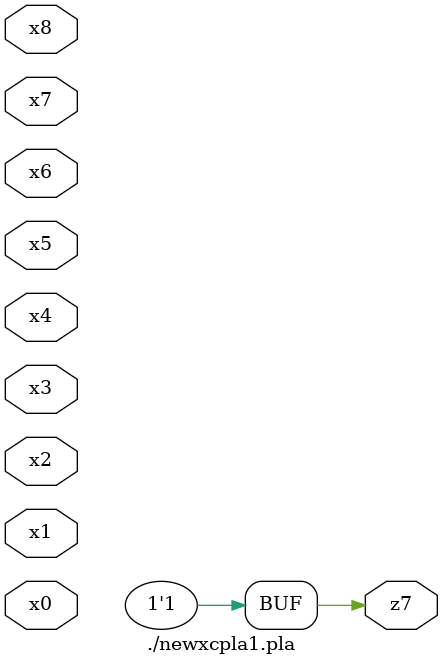
<source format=v>

module \./newxcpla1.pla  ( 
    x0, x1, x2, x3, x4, x5, x6, x7, x8,
    z7  );
  input  x0, x1, x2, x3, x4, x5, x6, x7, x8;
  output z7;
  assign z7 = 1'b1;
endmodule



</source>
